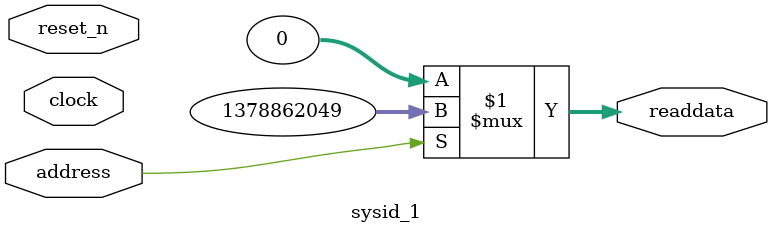
<source format=v>
module sysid_1 (
                address,
                clock,
                reset_n,
                readdata
             )
;
  output  [ 31: 0] readdata;
  input            address;
  input            clock;
  input            reset_n;
  wire    [ 31: 0] readdata;
  assign readdata = address ? 1378862049 : 0;
endmodule
</source>
